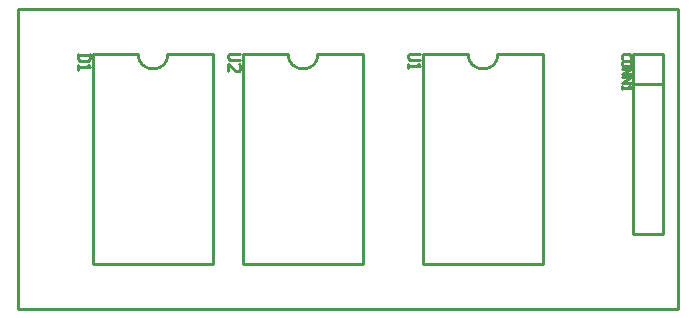
<source format=gbr>
G04 start of page 13 for group -4079 idx -4079 *
G04 Title: (unknown), topsilk *
G04 Creator: pcb 20140316 *
G04 CreationDate: Mon 05 Jul 2021 10:39:17 PM GMT UTC *
G04 For: steve *
G04 Format: Gerber/RS-274X *
G04 PCB-Dimensions (mil): 2200.00 1000.00 *
G04 PCB-Coordinate-Origin: lower left *
%MOIN*%
%FSLAX25Y25*%
%LNTOPSILK*%
%ADD73C,0.0100*%
G54D73*X0Y100000D02*Y0D01*
Y100000D02*X220000D01*
X0Y0D02*X220000D01*
Y100000D02*Y0D01*
X205000Y85000D02*Y25000D01*
X215000D01*
Y85000D01*
X205000D01*
Y75000D02*X215000D01*
Y85000D01*
X135000D02*Y15000D01*
X175000D01*
Y85000D01*
X135000D02*X150000D01*
X160000D02*X175000D01*
X150000D02*G75*G03X160000Y85000I5000J0D01*G01*
X25000D02*Y15000D01*
X65000D01*
Y85000D01*
X25000D02*X40000D01*
X50000D02*X65000D01*
X40000D02*G75*G03X50000Y85000I5000J0D01*G01*
X75000D02*Y15000D01*
X115000D01*
Y85000D01*
X75000D02*X90000D01*
X100000D02*X115000D01*
X90000D02*G75*G03X100000Y85000I5000J0D01*G01*
X201150Y84461D02*Y83460D01*
X201689Y85000D02*X201150Y84461D01*
X201689Y85000D02*X203691D01*
X204230Y84461D01*
Y83460D01*
X201535Y82536D02*X203845D01*
X204230Y82151D01*
Y81381D01*
X203845Y80996D01*
X201535D02*X203845D01*
X201150Y81381D02*X201535Y80996D01*
X201150Y82151D02*Y81381D01*
X201535Y82536D02*X201150Y82151D01*
Y80072D02*X204230D01*
X201150Y78147D01*
X204230D01*
X201150Y77223D02*X204230D01*
X201150Y75298D01*
X204230D01*
X203614Y74374D02*X204230Y73758D01*
X201150D02*X204230D01*
X201150Y74374D02*Y73219D01*
X130500Y85000D02*X134000D01*
X130500D02*X130000Y84500D01*
Y83500D01*
X130500Y83000D01*
X134000D01*
X133200Y81800D02*X134000Y81000D01*
X130000D02*X134000D01*
X130000Y81800D02*Y80300D01*
X20000Y84500D02*X24000D01*
Y83200D02*X23300Y82500D01*
X20700D02*X23300D01*
X20000Y83200D02*X20700Y82500D01*
X20000Y85000D02*Y83200D01*
X24000Y85000D02*Y83200D01*
X23200Y81300D02*X24000Y80500D01*
X20000D02*X24000D01*
X20000Y81300D02*Y79800D01*
X70500Y85000D02*X74000D01*
X70500D02*X70000Y84500D01*
Y83500D01*
X70500Y83000D01*
X74000D01*
X73500Y81800D02*X74000Y81300D01*
Y79800D01*
X73500Y79300D01*
X72500D02*X73500D01*
X70000Y81800D02*X72500Y79300D01*
X70000Y81800D02*Y79300D01*
M02*

</source>
